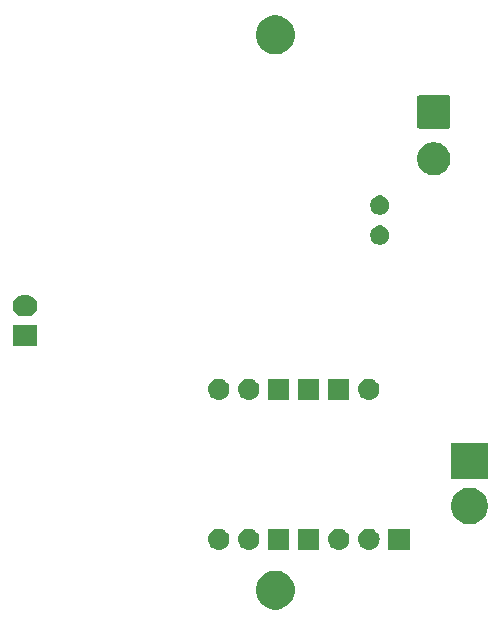
<source format=gbr>
G04 #@! TF.GenerationSoftware,KiCad,Pcbnew,(5.0.2)-1*
G04 #@! TF.CreationDate,2019-03-24T18:15:19+01:00*
G04 #@! TF.ProjectId,DICE-Charging - 2.0,44494345-2d43-4686-9172-67696e67202d,rev?*
G04 #@! TF.SameCoordinates,PX8cfad20PY5dfc8c0*
G04 #@! TF.FileFunction,Soldermask,Bot*
G04 #@! TF.FilePolarity,Negative*
%FSLAX46Y46*%
G04 Gerber Fmt 4.6, Leading zero omitted, Abs format (unit mm)*
G04 Created by KiCad (PCBNEW (5.0.2)-1) date 24/03/2019 18:15:19*
%MOMM*%
%LPD*%
G01*
G04 APERTURE LIST*
%ADD10C,0.100000*%
G04 APERTURE END LIST*
D10*
G36*
X40047256Y16760702D02*
X40153579Y16739553D01*
X40454042Y16615097D01*
X40720852Y16436820D01*
X40724454Y16434413D01*
X40954413Y16204454D01*
X41135098Y15934040D01*
X41259553Y15633578D01*
X41323000Y15314611D01*
X41323000Y14989389D01*
X41259553Y14670422D01*
X41135098Y14369960D01*
X40954413Y14099546D01*
X40724454Y13869587D01*
X40724451Y13869585D01*
X40454042Y13688903D01*
X40153579Y13564447D01*
X40047256Y13543298D01*
X39834611Y13501000D01*
X39509389Y13501000D01*
X39296744Y13543298D01*
X39190421Y13564447D01*
X38889958Y13688903D01*
X38619549Y13869585D01*
X38619546Y13869587D01*
X38389587Y14099546D01*
X38208902Y14369960D01*
X38084447Y14670422D01*
X38021000Y14989389D01*
X38021000Y15314611D01*
X38084447Y15633578D01*
X38208902Y15934040D01*
X38389587Y16204454D01*
X38619546Y16434413D01*
X38623148Y16436820D01*
X38889958Y16615097D01*
X39190421Y16739553D01*
X39296744Y16760702D01*
X39509389Y16803000D01*
X39834611Y16803000D01*
X40047256Y16760702D01*
X40047256Y16760702D01*
G37*
G36*
X34990443Y20335481D02*
X35056627Y20328963D01*
X35169853Y20294616D01*
X35226467Y20277443D01*
X35365087Y20203348D01*
X35382991Y20193778D01*
X35418729Y20164448D01*
X35520186Y20081186D01*
X35603448Y19979729D01*
X35632778Y19943991D01*
X35632779Y19943989D01*
X35716443Y19787467D01*
X35716443Y19787466D01*
X35767963Y19617627D01*
X35785359Y19441000D01*
X35767963Y19264373D01*
X35733616Y19151147D01*
X35716443Y19094533D01*
X35642348Y18955913D01*
X35632778Y18938009D01*
X35603448Y18902271D01*
X35520186Y18800814D01*
X35418729Y18717552D01*
X35382991Y18688222D01*
X35382989Y18688221D01*
X35226467Y18604557D01*
X35169853Y18587384D01*
X35056627Y18553037D01*
X34990442Y18546518D01*
X34924260Y18540000D01*
X34835740Y18540000D01*
X34769558Y18546518D01*
X34703373Y18553037D01*
X34590147Y18587384D01*
X34533533Y18604557D01*
X34377011Y18688221D01*
X34377009Y18688222D01*
X34341271Y18717552D01*
X34239814Y18800814D01*
X34156552Y18902271D01*
X34127222Y18938009D01*
X34117652Y18955913D01*
X34043557Y19094533D01*
X34026384Y19151147D01*
X33992037Y19264373D01*
X33974641Y19441000D01*
X33992037Y19617627D01*
X34043557Y19787466D01*
X34043557Y19787467D01*
X34127221Y19943989D01*
X34127222Y19943991D01*
X34156552Y19979729D01*
X34239814Y20081186D01*
X34341271Y20164448D01*
X34377009Y20193778D01*
X34394913Y20203348D01*
X34533533Y20277443D01*
X34590147Y20294616D01*
X34703373Y20328963D01*
X34769557Y20335481D01*
X34835740Y20342000D01*
X34924260Y20342000D01*
X34990443Y20335481D01*
X34990443Y20335481D01*
G37*
G36*
X47710443Y20335481D02*
X47776627Y20328963D01*
X47889853Y20294616D01*
X47946467Y20277443D01*
X48085087Y20203348D01*
X48102991Y20193778D01*
X48138729Y20164448D01*
X48240186Y20081186D01*
X48323448Y19979729D01*
X48352778Y19943991D01*
X48352779Y19943989D01*
X48436443Y19787467D01*
X48436443Y19787466D01*
X48487963Y19617627D01*
X48505359Y19441000D01*
X48487963Y19264373D01*
X48453616Y19151147D01*
X48436443Y19094533D01*
X48362348Y18955913D01*
X48352778Y18938009D01*
X48323448Y18902271D01*
X48240186Y18800814D01*
X48138729Y18717552D01*
X48102991Y18688222D01*
X48102989Y18688221D01*
X47946467Y18604557D01*
X47889853Y18587384D01*
X47776627Y18553037D01*
X47710442Y18546518D01*
X47644260Y18540000D01*
X47555740Y18540000D01*
X47489558Y18546518D01*
X47423373Y18553037D01*
X47310147Y18587384D01*
X47253533Y18604557D01*
X47097011Y18688221D01*
X47097009Y18688222D01*
X47061271Y18717552D01*
X46959814Y18800814D01*
X46876552Y18902271D01*
X46847222Y18938009D01*
X46837652Y18955913D01*
X46763557Y19094533D01*
X46746384Y19151147D01*
X46712037Y19264373D01*
X46694641Y19441000D01*
X46712037Y19617627D01*
X46763557Y19787466D01*
X46763557Y19787467D01*
X46847221Y19943989D01*
X46847222Y19943991D01*
X46876552Y19979729D01*
X46959814Y20081186D01*
X47061271Y20164448D01*
X47097009Y20193778D01*
X47114913Y20203348D01*
X47253533Y20277443D01*
X47310147Y20294616D01*
X47423373Y20328963D01*
X47489557Y20335481D01*
X47555740Y20342000D01*
X47644260Y20342000D01*
X47710443Y20335481D01*
X47710443Y20335481D01*
G37*
G36*
X51041000Y18540000D02*
X49239000Y18540000D01*
X49239000Y20342000D01*
X51041000Y20342000D01*
X51041000Y18540000D01*
X51041000Y18540000D01*
G37*
G36*
X45150443Y20335481D02*
X45216627Y20328963D01*
X45329853Y20294616D01*
X45386467Y20277443D01*
X45525087Y20203348D01*
X45542991Y20193778D01*
X45578729Y20164448D01*
X45680186Y20081186D01*
X45763448Y19979729D01*
X45792778Y19943991D01*
X45792779Y19943989D01*
X45876443Y19787467D01*
X45876443Y19787466D01*
X45927963Y19617627D01*
X45945359Y19441000D01*
X45927963Y19264373D01*
X45893616Y19151147D01*
X45876443Y19094533D01*
X45802348Y18955913D01*
X45792778Y18938009D01*
X45763448Y18902271D01*
X45680186Y18800814D01*
X45578729Y18717552D01*
X45542991Y18688222D01*
X45542989Y18688221D01*
X45386467Y18604557D01*
X45329853Y18587384D01*
X45216627Y18553037D01*
X45150442Y18546518D01*
X45084260Y18540000D01*
X44995740Y18540000D01*
X44929558Y18546518D01*
X44863373Y18553037D01*
X44750147Y18587384D01*
X44693533Y18604557D01*
X44537011Y18688221D01*
X44537009Y18688222D01*
X44501271Y18717552D01*
X44399814Y18800814D01*
X44316552Y18902271D01*
X44287222Y18938009D01*
X44277652Y18955913D01*
X44203557Y19094533D01*
X44186384Y19151147D01*
X44152037Y19264373D01*
X44134641Y19441000D01*
X44152037Y19617627D01*
X44203557Y19787466D01*
X44203557Y19787467D01*
X44287221Y19943989D01*
X44287222Y19943991D01*
X44316552Y19979729D01*
X44399814Y20081186D01*
X44501271Y20164448D01*
X44537009Y20193778D01*
X44554913Y20203348D01*
X44693533Y20277443D01*
X44750147Y20294616D01*
X44863373Y20328963D01*
X44929557Y20335481D01*
X44995740Y20342000D01*
X45084260Y20342000D01*
X45150443Y20335481D01*
X45150443Y20335481D01*
G37*
G36*
X43401000Y18540000D02*
X41599000Y18540000D01*
X41599000Y20342000D01*
X43401000Y20342000D01*
X43401000Y18540000D01*
X43401000Y18540000D01*
G37*
G36*
X40861000Y18540000D02*
X39059000Y18540000D01*
X39059000Y20342000D01*
X40861000Y20342000D01*
X40861000Y18540000D01*
X40861000Y18540000D01*
G37*
G36*
X37530443Y20335481D02*
X37596627Y20328963D01*
X37709853Y20294616D01*
X37766467Y20277443D01*
X37905087Y20203348D01*
X37922991Y20193778D01*
X37958729Y20164448D01*
X38060186Y20081186D01*
X38143448Y19979729D01*
X38172778Y19943991D01*
X38172779Y19943989D01*
X38256443Y19787467D01*
X38256443Y19787466D01*
X38307963Y19617627D01*
X38325359Y19441000D01*
X38307963Y19264373D01*
X38273616Y19151147D01*
X38256443Y19094533D01*
X38182348Y18955913D01*
X38172778Y18938009D01*
X38143448Y18902271D01*
X38060186Y18800814D01*
X37958729Y18717552D01*
X37922991Y18688222D01*
X37922989Y18688221D01*
X37766467Y18604557D01*
X37709853Y18587384D01*
X37596627Y18553037D01*
X37530442Y18546518D01*
X37464260Y18540000D01*
X37375740Y18540000D01*
X37309558Y18546518D01*
X37243373Y18553037D01*
X37130147Y18587384D01*
X37073533Y18604557D01*
X36917011Y18688221D01*
X36917009Y18688222D01*
X36881271Y18717552D01*
X36779814Y18800814D01*
X36696552Y18902271D01*
X36667222Y18938009D01*
X36657652Y18955913D01*
X36583557Y19094533D01*
X36566384Y19151147D01*
X36532037Y19264373D01*
X36514641Y19441000D01*
X36532037Y19617627D01*
X36583557Y19787466D01*
X36583557Y19787467D01*
X36667221Y19943989D01*
X36667222Y19943991D01*
X36696552Y19979729D01*
X36779814Y20081186D01*
X36881271Y20164448D01*
X36917009Y20193778D01*
X36934913Y20203348D01*
X37073533Y20277443D01*
X37130147Y20294616D01*
X37243373Y20328963D01*
X37309557Y20335481D01*
X37375740Y20342000D01*
X37464260Y20342000D01*
X37530443Y20335481D01*
X37530443Y20335481D01*
G37*
G36*
X56484527Y23778264D02*
X56584410Y23758396D01*
X56866674Y23641479D01*
X57120705Y23471741D01*
X57336741Y23255705D01*
X57506479Y23001674D01*
X57623396Y22719410D01*
X57683000Y22419760D01*
X57683000Y22114240D01*
X57623396Y21814590D01*
X57506479Y21532326D01*
X57336741Y21278295D01*
X57120705Y21062259D01*
X56866674Y20892521D01*
X56584410Y20775604D01*
X56484527Y20755736D01*
X56284762Y20716000D01*
X55979238Y20716000D01*
X55779473Y20755736D01*
X55679590Y20775604D01*
X55397326Y20892521D01*
X55143295Y21062259D01*
X54927259Y21278295D01*
X54757521Y21532326D01*
X54640604Y21814590D01*
X54581000Y22114240D01*
X54581000Y22419760D01*
X54640604Y22719410D01*
X54757521Y23001674D01*
X54927259Y23255705D01*
X55143295Y23471741D01*
X55397326Y23641479D01*
X55679590Y23758396D01*
X55779473Y23778264D01*
X55979238Y23818000D01*
X56284762Y23818000D01*
X56484527Y23778264D01*
X56484527Y23778264D01*
G37*
G36*
X57683000Y24526000D02*
X54581000Y24526000D01*
X54581000Y27628000D01*
X57683000Y27628000D01*
X57683000Y24526000D01*
X57683000Y24526000D01*
G37*
G36*
X47690442Y33035482D02*
X47756627Y33028963D01*
X47869853Y32994616D01*
X47926467Y32977443D01*
X48065087Y32903348D01*
X48082991Y32893778D01*
X48118729Y32864448D01*
X48220186Y32781186D01*
X48303448Y32679729D01*
X48332778Y32643991D01*
X48332779Y32643989D01*
X48416443Y32487467D01*
X48416443Y32487466D01*
X48467963Y32317627D01*
X48485359Y32141000D01*
X48467963Y31964373D01*
X48433616Y31851147D01*
X48416443Y31794533D01*
X48342348Y31655913D01*
X48332778Y31638009D01*
X48303448Y31602271D01*
X48220186Y31500814D01*
X48118729Y31417552D01*
X48082991Y31388222D01*
X48082989Y31388221D01*
X47926467Y31304557D01*
X47869853Y31287384D01*
X47756627Y31253037D01*
X47690442Y31246518D01*
X47624260Y31240000D01*
X47535740Y31240000D01*
X47469558Y31246518D01*
X47403373Y31253037D01*
X47290147Y31287384D01*
X47233533Y31304557D01*
X47077011Y31388221D01*
X47077009Y31388222D01*
X47041271Y31417552D01*
X46939814Y31500814D01*
X46856552Y31602271D01*
X46827222Y31638009D01*
X46817652Y31655913D01*
X46743557Y31794533D01*
X46726384Y31851147D01*
X46692037Y31964373D01*
X46674641Y32141000D01*
X46692037Y32317627D01*
X46743557Y32487466D01*
X46743557Y32487467D01*
X46827221Y32643989D01*
X46827222Y32643991D01*
X46856552Y32679729D01*
X46939814Y32781186D01*
X47041271Y32864448D01*
X47077009Y32893778D01*
X47094913Y32903348D01*
X47233533Y32977443D01*
X47290147Y32994616D01*
X47403373Y33028963D01*
X47469558Y33035482D01*
X47535740Y33042000D01*
X47624260Y33042000D01*
X47690442Y33035482D01*
X47690442Y33035482D01*
G37*
G36*
X34990442Y33035482D02*
X35056627Y33028963D01*
X35169853Y32994616D01*
X35226467Y32977443D01*
X35365087Y32903348D01*
X35382991Y32893778D01*
X35418729Y32864448D01*
X35520186Y32781186D01*
X35603448Y32679729D01*
X35632778Y32643991D01*
X35632779Y32643989D01*
X35716443Y32487467D01*
X35716443Y32487466D01*
X35767963Y32317627D01*
X35785359Y32141000D01*
X35767963Y31964373D01*
X35733616Y31851147D01*
X35716443Y31794533D01*
X35642348Y31655913D01*
X35632778Y31638009D01*
X35603448Y31602271D01*
X35520186Y31500814D01*
X35418729Y31417552D01*
X35382991Y31388222D01*
X35382989Y31388221D01*
X35226467Y31304557D01*
X35169853Y31287384D01*
X35056627Y31253037D01*
X34990442Y31246518D01*
X34924260Y31240000D01*
X34835740Y31240000D01*
X34769558Y31246518D01*
X34703373Y31253037D01*
X34590147Y31287384D01*
X34533533Y31304557D01*
X34377011Y31388221D01*
X34377009Y31388222D01*
X34341271Y31417552D01*
X34239814Y31500814D01*
X34156552Y31602271D01*
X34127222Y31638009D01*
X34117652Y31655913D01*
X34043557Y31794533D01*
X34026384Y31851147D01*
X33992037Y31964373D01*
X33974641Y32141000D01*
X33992037Y32317627D01*
X34043557Y32487466D01*
X34043557Y32487467D01*
X34127221Y32643989D01*
X34127222Y32643991D01*
X34156552Y32679729D01*
X34239814Y32781186D01*
X34341271Y32864448D01*
X34377009Y32893778D01*
X34394913Y32903348D01*
X34533533Y32977443D01*
X34590147Y32994616D01*
X34703373Y33028963D01*
X34769558Y33035482D01*
X34835740Y33042000D01*
X34924260Y33042000D01*
X34990442Y33035482D01*
X34990442Y33035482D01*
G37*
G36*
X43401000Y31240000D02*
X41599000Y31240000D01*
X41599000Y33042000D01*
X43401000Y33042000D01*
X43401000Y31240000D01*
X43401000Y31240000D01*
G37*
G36*
X45941000Y31240000D02*
X44139000Y31240000D01*
X44139000Y33042000D01*
X45941000Y33042000D01*
X45941000Y31240000D01*
X45941000Y31240000D01*
G37*
G36*
X40861000Y31240000D02*
X39059000Y31240000D01*
X39059000Y33042000D01*
X40861000Y33042000D01*
X40861000Y31240000D01*
X40861000Y31240000D01*
G37*
G36*
X37530442Y33035482D02*
X37596627Y33028963D01*
X37709853Y32994616D01*
X37766467Y32977443D01*
X37905087Y32903348D01*
X37922991Y32893778D01*
X37958729Y32864448D01*
X38060186Y32781186D01*
X38143448Y32679729D01*
X38172778Y32643991D01*
X38172779Y32643989D01*
X38256443Y32487467D01*
X38256443Y32487466D01*
X38307963Y32317627D01*
X38325359Y32141000D01*
X38307963Y31964373D01*
X38273616Y31851147D01*
X38256443Y31794533D01*
X38182348Y31655913D01*
X38172778Y31638009D01*
X38143448Y31602271D01*
X38060186Y31500814D01*
X37958729Y31417552D01*
X37922991Y31388222D01*
X37922989Y31388221D01*
X37766467Y31304557D01*
X37709853Y31287384D01*
X37596627Y31253037D01*
X37530442Y31246518D01*
X37464260Y31240000D01*
X37375740Y31240000D01*
X37309558Y31246518D01*
X37243373Y31253037D01*
X37130147Y31287384D01*
X37073533Y31304557D01*
X36917011Y31388221D01*
X36917009Y31388222D01*
X36881271Y31417552D01*
X36779814Y31500814D01*
X36696552Y31602271D01*
X36667222Y31638009D01*
X36657652Y31655913D01*
X36583557Y31794533D01*
X36566384Y31851147D01*
X36532037Y31964373D01*
X36514641Y32141000D01*
X36532037Y32317627D01*
X36583557Y32487466D01*
X36583557Y32487467D01*
X36667221Y32643989D01*
X36667222Y32643991D01*
X36696552Y32679729D01*
X36779814Y32781186D01*
X36881271Y32864448D01*
X36917009Y32893778D01*
X36934913Y32903348D01*
X37073533Y32977443D01*
X37130147Y32994616D01*
X37243373Y33028963D01*
X37309558Y33035482D01*
X37375740Y33042000D01*
X37464260Y33042000D01*
X37530442Y33035482D01*
X37530442Y33035482D01*
G37*
G36*
X19390600Y37619694D02*
X19423649Y37609669D01*
X19454106Y37593389D01*
X19480799Y37571482D01*
X19502706Y37544789D01*
X19518986Y37514332D01*
X19529011Y37481283D01*
X19533000Y37440779D01*
X19533000Y36004587D01*
X19529011Y35964083D01*
X19518986Y35931034D01*
X19502706Y35900577D01*
X19480799Y35873884D01*
X19454106Y35851977D01*
X19423649Y35835697D01*
X19390600Y35825672D01*
X19350096Y35821683D01*
X17613904Y35821683D01*
X17573400Y35825672D01*
X17540351Y35835697D01*
X17509894Y35851977D01*
X17483201Y35873884D01*
X17461294Y35900577D01*
X17445014Y35931034D01*
X17434989Y35964083D01*
X17431000Y36004587D01*
X17431000Y37440779D01*
X17434989Y37481283D01*
X17445014Y37514332D01*
X17461294Y37544789D01*
X17483201Y37571482D01*
X17509894Y37593389D01*
X17540351Y37609669D01*
X17573400Y37619694D01*
X17613904Y37623683D01*
X19350096Y37623683D01*
X19390600Y37619694D01*
X19390600Y37619694D01*
G37*
G36*
X18742442Y40117165D02*
X18808627Y40110646D01*
X18921853Y40076299D01*
X18978467Y40059126D01*
X19117087Y39985031D01*
X19134991Y39975461D01*
X19170729Y39946131D01*
X19272186Y39862869D01*
X19355448Y39761412D01*
X19384778Y39725674D01*
X19384779Y39725672D01*
X19468443Y39569150D01*
X19468443Y39569149D01*
X19519963Y39399310D01*
X19537359Y39222683D01*
X19519963Y39046056D01*
X19485616Y38932830D01*
X19468443Y38876216D01*
X19394348Y38737596D01*
X19384778Y38719692D01*
X19355448Y38683954D01*
X19272186Y38582497D01*
X19170729Y38499235D01*
X19134991Y38469905D01*
X19134989Y38469904D01*
X18978467Y38386240D01*
X18921853Y38369067D01*
X18808627Y38334720D01*
X18742443Y38328202D01*
X18676260Y38321683D01*
X18287740Y38321683D01*
X18221557Y38328202D01*
X18155373Y38334720D01*
X18042147Y38369067D01*
X17985533Y38386240D01*
X17829011Y38469904D01*
X17829009Y38469905D01*
X17793271Y38499235D01*
X17691814Y38582497D01*
X17608552Y38683954D01*
X17579222Y38719692D01*
X17569652Y38737596D01*
X17495557Y38876216D01*
X17478384Y38932830D01*
X17444037Y39046056D01*
X17426641Y39222683D01*
X17444037Y39399310D01*
X17495557Y39569149D01*
X17495557Y39569150D01*
X17579221Y39725672D01*
X17579222Y39725674D01*
X17608552Y39761412D01*
X17691814Y39862869D01*
X17793271Y39946131D01*
X17829009Y39975461D01*
X17846913Y39985031D01*
X17985533Y40059126D01*
X18042147Y40076299D01*
X18155373Y40110646D01*
X18221558Y40117165D01*
X18287740Y40123683D01*
X18676260Y40123683D01*
X18742442Y40117165D01*
X18742442Y40117165D01*
G37*
G36*
X48759142Y45983758D02*
X48907102Y45922470D01*
X49040258Y45833498D01*
X49153498Y45720258D01*
X49242470Y45587102D01*
X49303758Y45439142D01*
X49335000Y45282075D01*
X49335000Y45121925D01*
X49303758Y44964858D01*
X49242470Y44816898D01*
X49153498Y44683742D01*
X49040258Y44570502D01*
X48907102Y44481530D01*
X48759142Y44420242D01*
X48602075Y44389000D01*
X48441925Y44389000D01*
X48284858Y44420242D01*
X48136898Y44481530D01*
X48003742Y44570502D01*
X47890502Y44683742D01*
X47801530Y44816898D01*
X47740242Y44964858D01*
X47709000Y45121925D01*
X47709000Y45282075D01*
X47740242Y45439142D01*
X47801530Y45587102D01*
X47890502Y45720258D01*
X48003742Y45833498D01*
X48136898Y45922470D01*
X48284858Y45983758D01*
X48441925Y46015000D01*
X48602075Y46015000D01*
X48759142Y45983758D01*
X48759142Y45983758D01*
G37*
G36*
X48759142Y48523758D02*
X48907102Y48462470D01*
X49040258Y48373498D01*
X49153498Y48260258D01*
X49242470Y48127102D01*
X49303758Y47979142D01*
X49335000Y47822075D01*
X49335000Y47661925D01*
X49303758Y47504858D01*
X49242470Y47356898D01*
X49153498Y47223742D01*
X49040258Y47110502D01*
X48907102Y47021530D01*
X48759142Y46960242D01*
X48602075Y46929000D01*
X48441925Y46929000D01*
X48284858Y46960242D01*
X48136898Y47021530D01*
X48003742Y47110502D01*
X47890502Y47223742D01*
X47801530Y47356898D01*
X47740242Y47504858D01*
X47709000Y47661925D01*
X47709000Y47822075D01*
X47740242Y47979142D01*
X47801530Y48127102D01*
X47890502Y48260258D01*
X48003742Y48373498D01*
X48136898Y48462470D01*
X48284858Y48523758D01*
X48441925Y48555000D01*
X48602075Y48555000D01*
X48759142Y48523758D01*
X48759142Y48523758D01*
G37*
G36*
X53404433Y53031107D02*
X53494657Y53013161D01*
X53600267Y52969415D01*
X53749621Y52907551D01*
X53979089Y52754226D01*
X54174226Y52559089D01*
X54327551Y52329621D01*
X54433161Y52074656D01*
X54487000Y51803988D01*
X54487000Y51528012D01*
X54433161Y51257344D01*
X54327551Y51002379D01*
X54174226Y50772911D01*
X53979089Y50577774D01*
X53749621Y50424449D01*
X53600267Y50362585D01*
X53494657Y50318839D01*
X53404433Y50300893D01*
X53223988Y50265000D01*
X52948012Y50265000D01*
X52767567Y50300893D01*
X52677343Y50318839D01*
X52571733Y50362585D01*
X52422379Y50424449D01*
X52192911Y50577774D01*
X51997774Y50772911D01*
X51844449Y51002379D01*
X51738839Y51257344D01*
X51685000Y51528012D01*
X51685000Y51803988D01*
X51738839Y52074656D01*
X51844449Y52329621D01*
X51997774Y52559089D01*
X52192911Y52754226D01*
X52422379Y52907551D01*
X52571733Y52969415D01*
X52677343Y53013161D01*
X52767567Y53031107D01*
X52948012Y53067000D01*
X53223988Y53067000D01*
X53404433Y53031107D01*
X53404433Y53031107D01*
G37*
G36*
X54360032Y57023379D02*
X54389487Y57014444D01*
X54416624Y56999938D01*
X54440414Y56980414D01*
X54459938Y56956624D01*
X54474444Y56929487D01*
X54483379Y56900032D01*
X54487000Y56863267D01*
X54487000Y54388733D01*
X54483379Y54351968D01*
X54474444Y54322513D01*
X54459938Y54295376D01*
X54440414Y54271586D01*
X54416624Y54252062D01*
X54389487Y54237556D01*
X54360032Y54228621D01*
X54323267Y54225000D01*
X51848733Y54225000D01*
X51811968Y54228621D01*
X51782513Y54237556D01*
X51755376Y54252062D01*
X51731586Y54271586D01*
X51712062Y54295376D01*
X51697556Y54322513D01*
X51688621Y54351968D01*
X51685000Y54388733D01*
X51685000Y56863267D01*
X51688621Y56900032D01*
X51697556Y56929487D01*
X51712062Y56956624D01*
X51731586Y56980414D01*
X51755376Y56999938D01*
X51782513Y57014444D01*
X51811968Y57023379D01*
X51848733Y57027000D01*
X54323267Y57027000D01*
X54360032Y57023379D01*
X54360032Y57023379D01*
G37*
G36*
X40047256Y63760702D02*
X40153579Y63739553D01*
X40454042Y63615097D01*
X40720852Y63436820D01*
X40724454Y63434413D01*
X40954413Y63204454D01*
X41135098Y62934040D01*
X41259553Y62633578D01*
X41323000Y62314611D01*
X41323000Y61989389D01*
X41259553Y61670422D01*
X41135098Y61369960D01*
X40954413Y61099546D01*
X40724454Y60869587D01*
X40724451Y60869585D01*
X40454042Y60688903D01*
X40153579Y60564447D01*
X40047256Y60543298D01*
X39834611Y60501000D01*
X39509389Y60501000D01*
X39296744Y60543298D01*
X39190421Y60564447D01*
X38889958Y60688903D01*
X38619549Y60869585D01*
X38619546Y60869587D01*
X38389587Y61099546D01*
X38208902Y61369960D01*
X38084447Y61670422D01*
X38021000Y61989389D01*
X38021000Y62314611D01*
X38084447Y62633578D01*
X38208902Y62934040D01*
X38389587Y63204454D01*
X38619546Y63434413D01*
X38623148Y63436820D01*
X38889958Y63615097D01*
X39190421Y63739553D01*
X39296744Y63760702D01*
X39509389Y63803000D01*
X39834611Y63803000D01*
X40047256Y63760702D01*
X40047256Y63760702D01*
G37*
M02*

</source>
